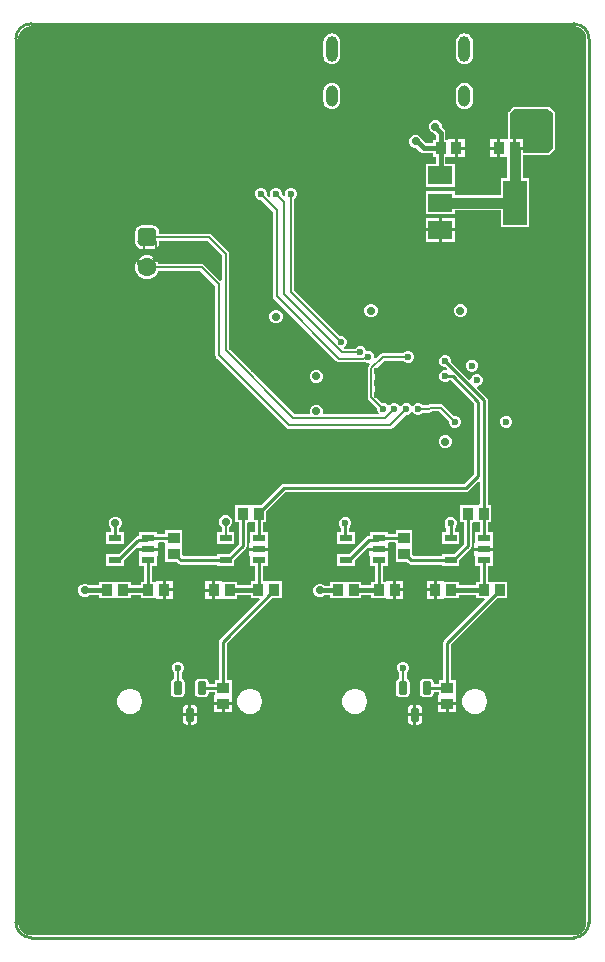
<source format=gbl>
G04*
G04 #@! TF.GenerationSoftware,Altium Limited,Altium Designer,24.2.2 (26)*
G04*
G04 Layer_Physical_Order=4*
G04 Layer_Color=16711680*
%FSLAX25Y25*%
%MOIN*%
G70*
G04*
G04 #@! TF.SameCoordinates,3758B99F-9DEC-4DD0-BAA5-DFD1AAF1D411*
G04*
G04*
G04 #@! TF.FilePolarity,Positive*
G04*
G01*
G75*
%ADD11C,0.00787*%
%ADD13C,0.01000*%
%ADD15C,0.00591*%
%ADD22R,0.03937X0.03543*%
%ADD23R,0.03543X0.03937*%
G04:AMPARAMS|DCode=39|XSize=39.37mil|YSize=86.61mil|CornerRadius=19.68mil|HoleSize=0mil|Usage=FLASHONLY|Rotation=180.000|XOffset=0mil|YOffset=0mil|HoleType=Round|Shape=RoundedRectangle|*
%AMROUNDEDRECTD39*
21,1,0.03937,0.04724,0,0,180.0*
21,1,0.00000,0.08661,0,0,180.0*
1,1,0.03937,0.00000,0.02362*
1,1,0.03937,0.00000,0.02362*
1,1,0.03937,0.00000,-0.02362*
1,1,0.03937,0.00000,-0.02362*
%
%ADD39ROUNDEDRECTD39*%
G04:AMPARAMS|DCode=40|XSize=39.37mil|YSize=70.87mil|CornerRadius=19.68mil|HoleSize=0mil|Usage=FLASHONLY|Rotation=180.000|XOffset=0mil|YOffset=0mil|HoleType=Round|Shape=RoundedRectangle|*
%AMROUNDEDRECTD40*
21,1,0.03937,0.03150,0,0,180.0*
21,1,0.00000,0.07087,0,0,180.0*
1,1,0.03937,0.00000,0.01575*
1,1,0.03937,0.00000,0.01575*
1,1,0.03937,0.00000,-0.01575*
1,1,0.03937,0.00000,-0.01575*
%
%ADD40ROUNDEDRECTD40*%
%ADD45C,0.01575*%
G04:AMPARAMS|DCode=47|XSize=62.99mil|YSize=62.99mil|CornerRadius=15.75mil|HoleSize=0mil|Usage=FLASHONLY|Rotation=270.000|XOffset=0mil|YOffset=0mil|HoleType=Round|Shape=RoundedRectangle|*
%AMROUNDEDRECTD47*
21,1,0.06299,0.03150,0,0,270.0*
21,1,0.03150,0.06299,0,0,270.0*
1,1,0.03150,-0.01575,-0.01575*
1,1,0.03150,-0.01575,0.01575*
1,1,0.03150,0.01575,0.01575*
1,1,0.03150,0.01575,-0.01575*
%
%ADD47ROUNDEDRECTD47*%
%ADD48C,0.06299*%
%ADD49C,0.02756*%
%ADD50C,0.02362*%
%ADD51R,0.04331X0.02362*%
G04:AMPARAMS|DCode=52|XSize=45mil|YSize=28mil|CornerRadius=4.2mil|HoleSize=0mil|Usage=FLASHONLY|Rotation=270.000|XOffset=0mil|YOffset=0mil|HoleType=Round|Shape=RoundedRectangle|*
%AMROUNDEDRECTD52*
21,1,0.04500,0.01960,0,0,270.0*
21,1,0.03660,0.02800,0,0,270.0*
1,1,0.00840,-0.00980,-0.01830*
1,1,0.00840,-0.00980,0.01830*
1,1,0.00840,0.00980,0.01830*
1,1,0.00840,0.00980,-0.01830*
%
%ADD52ROUNDEDRECTD52*%
%ADD53R,0.07874X0.05906*%
%ADD54R,0.07874X0.14961*%
%ADD55C,0.03543*%
G36*
X1269324Y746336D02*
X1270088Y746020D01*
X1270776Y745560D01*
X1271360Y744976D01*
X1271820Y744288D01*
X1272136Y743524D01*
X1272297Y742713D01*
Y742300D01*
Y447700D01*
Y447287D01*
X1272136Y446476D01*
X1271820Y445712D01*
X1271360Y445024D01*
X1270776Y444440D01*
X1270088Y443981D01*
X1269324Y443664D01*
X1268513Y443503D01*
X1086687D01*
X1085876Y443664D01*
X1085112Y443981D01*
X1084424Y444440D01*
X1083840Y445024D01*
X1083381Y445712D01*
X1083064Y446476D01*
X1082903Y447287D01*
Y447700D01*
Y742300D01*
Y742713D01*
X1083064Y743524D01*
X1083381Y744288D01*
X1083840Y744976D01*
X1084424Y745560D01*
X1085112Y746020D01*
X1085876Y746336D01*
X1086687Y746497D01*
X1268513D01*
X1269324Y746336D01*
D02*
G37*
%LPC*%
G36*
X1231625Y744102D02*
X1230897Y744006D01*
X1230219Y743725D01*
X1229636Y743279D01*
X1229190Y742696D01*
X1228909Y742018D01*
X1228813Y741291D01*
Y736566D01*
X1228909Y735839D01*
X1229190Y735160D01*
X1229636Y734578D01*
X1230219Y734131D01*
X1230897Y733850D01*
X1231625Y733755D01*
X1232352Y733850D01*
X1233030Y734131D01*
X1233613Y734578D01*
X1234059Y735160D01*
X1234340Y735839D01*
X1234436Y736566D01*
Y741291D01*
X1234340Y742018D01*
X1234059Y742696D01*
X1233613Y743279D01*
X1233030Y743725D01*
X1232352Y744006D01*
X1231625Y744102D01*
D02*
G37*
G36*
X1187372D02*
X1186645Y744006D01*
X1185967Y743725D01*
X1185384Y743279D01*
X1184938Y742696D01*
X1184657Y742018D01*
X1184561Y741291D01*
Y736566D01*
X1184657Y735839D01*
X1184938Y735160D01*
X1185384Y734578D01*
X1185967Y734131D01*
X1186645Y733850D01*
X1187372Y733755D01*
X1188100Y733850D01*
X1188778Y734131D01*
X1189361Y734578D01*
X1189807Y735160D01*
X1190088Y735839D01*
X1190184Y736566D01*
Y741291D01*
X1190088Y742018D01*
X1189807Y742696D01*
X1189361Y743279D01*
X1188778Y743725D01*
X1188100Y744006D01*
X1187372Y744102D01*
D02*
G37*
G36*
X1231625Y727567D02*
X1230897Y727471D01*
X1230219Y727190D01*
X1229636Y726743D01*
X1229190Y726161D01*
X1228909Y725483D01*
X1228813Y724755D01*
Y721606D01*
X1228909Y720878D01*
X1229190Y720200D01*
X1229636Y719618D01*
X1230219Y719171D01*
X1230897Y718890D01*
X1231625Y718794D01*
X1232352Y718890D01*
X1233030Y719171D01*
X1233613Y719618D01*
X1234059Y720200D01*
X1234340Y720878D01*
X1234436Y721606D01*
Y724755D01*
X1234340Y725483D01*
X1234059Y726161D01*
X1233613Y726743D01*
X1233030Y727190D01*
X1232352Y727471D01*
X1231625Y727567D01*
D02*
G37*
G36*
X1187372D02*
X1186645Y727471D01*
X1185967Y727190D01*
X1185384Y726743D01*
X1184938Y726161D01*
X1184657Y725483D01*
X1184561Y724755D01*
Y721606D01*
X1184657Y720878D01*
X1184938Y720200D01*
X1185384Y719618D01*
X1185967Y719171D01*
X1186645Y718890D01*
X1187372Y718794D01*
X1188100Y718890D01*
X1188778Y719171D01*
X1189361Y719618D01*
X1189807Y720200D01*
X1190088Y720878D01*
X1190184Y721606D01*
Y724755D01*
X1190088Y725483D01*
X1189807Y726161D01*
X1189361Y726743D01*
X1188778Y727190D01*
X1188100Y727471D01*
X1187372Y727567D01*
D02*
G37*
G36*
X1222339Y715180D02*
X1221465D01*
X1220657Y714846D01*
X1220039Y714228D01*
X1219705Y713420D01*
Y712546D01*
X1220039Y711739D01*
X1220657Y711121D01*
X1221465Y710787D01*
X1221569D01*
X1222005Y710351D01*
Y708587D01*
X1221052D01*
Y707438D01*
X1218673D01*
X1217570Y708540D01*
X1217237Y709344D01*
X1216619Y709962D01*
X1215812Y710297D01*
X1214938D01*
X1214130Y709962D01*
X1213513Y709344D01*
X1213178Y708537D01*
Y707663D01*
X1213513Y706856D01*
X1214130Y706238D01*
X1214938Y705903D01*
X1215575D01*
X1216836Y704642D01*
X1217368Y704287D01*
X1217994Y704162D01*
X1221052D01*
Y703013D01*
X1222005D01*
Y700527D01*
X1218843D01*
Y692983D01*
X1228354D01*
Y700527D01*
X1225280D01*
Y703013D01*
X1226186D01*
Y702832D01*
X1228458D01*
Y705800D01*
Y708769D01*
X1226186D01*
Y708587D01*
X1225280D01*
Y711029D01*
X1225156Y711656D01*
X1224801Y712188D01*
X1224098Y712890D01*
Y713420D01*
X1223764Y714228D01*
X1223146Y714846D01*
X1222339Y715180D01*
D02*
G37*
G36*
X1231729Y708769D02*
X1229458D01*
Y706300D01*
X1231729D01*
Y708769D01*
D02*
G37*
G36*
X1242543D02*
X1240271D01*
Y706300D01*
X1242543D01*
Y708769D01*
D02*
G37*
G36*
X1259500Y719689D02*
X1248313D01*
X1247994Y719625D01*
X1247723Y719444D01*
X1246996Y718717D01*
X1246987Y718704D01*
X1246974Y718695D01*
X1246300Y717968D01*
X1246223Y717842D01*
X1246141Y717720D01*
X1246138Y717704D01*
X1246130Y717690D01*
X1246106Y717545D01*
X1246077Y717400D01*
Y709160D01*
X1245814Y708769D01*
X1243543D01*
Y705800D01*
Y702832D01*
X1245745D01*
Y695999D01*
X1243646D01*
Y690313D01*
X1228354D01*
Y691472D01*
X1218843D01*
Y683928D01*
X1228354D01*
Y685087D01*
X1243646D01*
Y679401D01*
X1253158D01*
Y695999D01*
X1250970D01*
Y703289D01*
X1251129Y703419D01*
X1259500D01*
X1259513Y703422D01*
X1259526Y703419D01*
X1259672Y703453D01*
X1259820Y703482D01*
X1259831Y703490D01*
X1259844Y703493D01*
X1259966Y703580D01*
X1260090Y703663D01*
X1260098Y703675D01*
X1260109Y703682D01*
X1260827Y704447D01*
X1261589Y705210D01*
X1261770Y705480D01*
X1261834Y705800D01*
Y717400D01*
X1261831Y717413D01*
X1261833Y717425D01*
X1261800Y717572D01*
X1261770Y717720D01*
X1261763Y717730D01*
X1261760Y717743D01*
X1261673Y717865D01*
X1261589Y717990D01*
X1261579Y717998D01*
X1261571Y718008D01*
X1260808Y718726D01*
X1260090Y719444D01*
X1259820Y719625D01*
X1259500Y719689D01*
D02*
G37*
G36*
X1242543Y705300D02*
X1240271D01*
Y702832D01*
X1242543D01*
Y705300D01*
D02*
G37*
G36*
X1231729D02*
X1229458D01*
Y702832D01*
X1231729D01*
Y705300D01*
D02*
G37*
G36*
X1174098Y692600D02*
X1173302D01*
X1172567Y692296D01*
X1172005Y691733D01*
X1171700Y690998D01*
Y690202D01*
X1171733Y690123D01*
X1171309Y689840D01*
X1170800Y690348D01*
Y690998D01*
X1170496Y691733D01*
X1169933Y692296D01*
X1169198Y692600D01*
X1168402D01*
X1167667Y692296D01*
X1167105Y691733D01*
X1166800Y690998D01*
Y690202D01*
X1166974Y689781D01*
X1166551Y689498D01*
X1165700Y690348D01*
Y690998D01*
X1165396Y691733D01*
X1164833Y692296D01*
X1164098Y692600D01*
X1163302D01*
X1162567Y692296D01*
X1162004Y691733D01*
X1161700Y690998D01*
Y690202D01*
X1162004Y689467D01*
X1162567Y688904D01*
X1163302Y688600D01*
X1163952D01*
X1167864Y684688D01*
Y656400D01*
X1167958Y655927D01*
X1168226Y655526D01*
X1188930Y634821D01*
X1189331Y634553D01*
X1189805Y634459D01*
X1197764D01*
X1198237Y634553D01*
X1198385Y634652D01*
X1198494Y634542D01*
X1199229Y634238D01*
X1199898D01*
X1200120Y633866D01*
X1200144Y633776D01*
X1199660Y633292D01*
X1199392Y632891D01*
X1199298Y632418D01*
Y622780D01*
X1199392Y622307D01*
X1199660Y621906D01*
X1202579Y618987D01*
Y618517D01*
X1202883Y617782D01*
X1203073Y617592D01*
X1202866Y617092D01*
X1184599D01*
X1184321Y617508D01*
X1184397Y617691D01*
Y618565D01*
X1184062Y619372D01*
X1183444Y619990D01*
X1182637Y620325D01*
X1181763D01*
X1180956Y619990D01*
X1180338Y619372D01*
X1180003Y618565D01*
Y617691D01*
X1180079Y617508D01*
X1179801Y617092D01*
X1175106D01*
X1153211Y638987D01*
Y670627D01*
X1153117Y671100D01*
X1152849Y671501D01*
X1147376Y676974D01*
X1146975Y677242D01*
X1146502Y677336D01*
X1129828D01*
Y677675D01*
X1129643Y678609D01*
X1129114Y679401D01*
X1128322Y679930D01*
X1127388Y680115D01*
X1124238D01*
X1123304Y679930D01*
X1122513Y679401D01*
X1121983Y678609D01*
X1121798Y677675D01*
Y674525D01*
X1121983Y673591D01*
X1122513Y672799D01*
X1123304Y672270D01*
X1124238Y672085D01*
X1127388D01*
X1128322Y672270D01*
X1129114Y672799D01*
X1129643Y673591D01*
X1129828Y674525D01*
Y674864D01*
X1145990D01*
X1150739Y670115D01*
Y661895D01*
X1150239Y661688D01*
X1144952Y666974D01*
X1144551Y667242D01*
X1144078Y667336D01*
X1129590D01*
X1129511Y667632D01*
X1128989Y668537D01*
X1128250Y669276D01*
X1127345Y669798D01*
X1126336Y670069D01*
X1125291D01*
X1124281Y669798D01*
X1123376Y669276D01*
X1122637Y668537D01*
X1122115Y667632D01*
X1121844Y666622D01*
Y665578D01*
X1122115Y664568D01*
X1122637Y663663D01*
X1123376Y662924D01*
X1124281Y662402D01*
X1125291Y662132D01*
X1126336D01*
X1127345Y662402D01*
X1128250Y662924D01*
X1128989Y663663D01*
X1129511Y664568D01*
X1129590Y664864D01*
X1143566D01*
X1148542Y659888D01*
Y636870D01*
X1148636Y636397D01*
X1148904Y635996D01*
X1172307Y612593D01*
X1172708Y612325D01*
X1173181Y612231D01*
X1206786D01*
X1207259Y612325D01*
X1207660Y612593D01*
X1211982Y616915D01*
X1212632D01*
X1213367Y617219D01*
X1213929Y617782D01*
X1213948Y617827D01*
X1214448D01*
X1214467Y617782D01*
X1215029Y617219D01*
X1215764Y616915D01*
X1216560D01*
X1217295Y617219D01*
X1217754Y617679D01*
X1219939D01*
X1220412Y617773D01*
X1220813Y618041D01*
X1220849Y618077D01*
X1223175D01*
X1226400Y614852D01*
Y614202D01*
X1226705Y613467D01*
X1227267Y612905D01*
X1228002Y612600D01*
X1228798D01*
X1229533Y612905D01*
X1230096Y613467D01*
X1230400Y614202D01*
Y614998D01*
X1230096Y615733D01*
X1229533Y616296D01*
X1228798Y616600D01*
X1228148D01*
X1224562Y620187D01*
X1224160Y620455D01*
X1223687Y620549D01*
X1220337D01*
X1219864Y620455D01*
X1219462Y620187D01*
X1219427Y620151D01*
X1217754D01*
X1217295Y620611D01*
X1216560Y620915D01*
X1215764D01*
X1215029Y620611D01*
X1214467Y620048D01*
X1214448Y620003D01*
X1213948D01*
X1213929Y620048D01*
X1213367Y620611D01*
X1212632Y620915D01*
X1211836D01*
X1211101Y620611D01*
X1210538Y620048D01*
X1210491Y619934D01*
X1209950D01*
X1209903Y620048D01*
X1209340Y620611D01*
X1208605Y620915D01*
X1207809D01*
X1207074Y620611D01*
X1206720Y620256D01*
X1206393Y620103D01*
X1206066Y620256D01*
X1205712Y620611D01*
X1204977Y620915D01*
X1204181D01*
X1204157Y620905D01*
X1201770Y623292D01*
Y631906D01*
X1204866Y635002D01*
X1211296D01*
X1211756Y634542D01*
X1212491Y634238D01*
X1213286D01*
X1214021Y634542D01*
X1214584Y635105D01*
X1214888Y635840D01*
Y636636D01*
X1214584Y637371D01*
X1214021Y637933D01*
X1213286Y638238D01*
X1212491D01*
X1211756Y637933D01*
X1211296Y637474D01*
X1204354D01*
X1203881Y637380D01*
X1203480Y637112D01*
X1202089Y635721D01*
X1201999Y635744D01*
X1201627Y635966D01*
Y636636D01*
X1201322Y637371D01*
X1200760Y637933D01*
X1200025Y638238D01*
X1199229D01*
X1198736Y638575D01*
X1198600Y638903D01*
X1198038Y639466D01*
X1197303Y639770D01*
X1196507D01*
X1195772Y639466D01*
X1195313Y639007D01*
X1191607D01*
X1191508Y639505D01*
X1191508Y639507D01*
X1191533Y639517D01*
X1192096Y640080D01*
X1192400Y640815D01*
Y641611D01*
X1192096Y642346D01*
X1191533Y642908D01*
X1190798Y643213D01*
X1190149D01*
X1174936Y658425D01*
Y689008D01*
X1175396Y689467D01*
X1175700Y690202D01*
Y690998D01*
X1175396Y691733D01*
X1174833Y692296D01*
X1174098Y692600D01*
D02*
G37*
G36*
X1228535Y682598D02*
X1224098D01*
Y679145D01*
X1228535D01*
Y682598D01*
D02*
G37*
G36*
X1223098D02*
X1218661D01*
Y679145D01*
X1223098D01*
Y682598D01*
D02*
G37*
G36*
X1228535Y678145D02*
X1224098D01*
Y674692D01*
X1228535D01*
Y678145D01*
D02*
G37*
G36*
X1223098D02*
X1218661D01*
Y674692D01*
X1223098D01*
Y678145D01*
D02*
G37*
G36*
X1230657Y653839D02*
X1229783D01*
X1228976Y653505D01*
X1228358Y652887D01*
X1228024Y652080D01*
Y651206D01*
X1228358Y650398D01*
X1228976Y649780D01*
X1229783Y649446D01*
X1230657D01*
X1231465Y649780D01*
X1232083Y650398D01*
X1232417Y651206D01*
Y652080D01*
X1232083Y652887D01*
X1231465Y653505D01*
X1230657Y653839D01*
D02*
G37*
G36*
X1200882D02*
X1200008D01*
X1199201Y653505D01*
X1198582Y652887D01*
X1198248Y652080D01*
Y651206D01*
X1198582Y650398D01*
X1199201Y649780D01*
X1200008Y649446D01*
X1200882D01*
X1201689Y649780D01*
X1202307Y650398D01*
X1202642Y651206D01*
Y652080D01*
X1202307Y652887D01*
X1201689Y653505D01*
X1200882Y653839D01*
D02*
G37*
G36*
X1169237Y651908D02*
X1168363D01*
X1167556Y651574D01*
X1166938Y650956D01*
X1166603Y650148D01*
Y649274D01*
X1166938Y648467D01*
X1167556Y647849D01*
X1168363Y647514D01*
X1169237D01*
X1170045Y647849D01*
X1170662Y648467D01*
X1170997Y649274D01*
Y650148D01*
X1170662Y650956D01*
X1170045Y651574D01*
X1169237Y651908D01*
D02*
G37*
G36*
X1234542Y635384D02*
X1233746D01*
X1233011Y635079D01*
X1232449Y634516D01*
X1232144Y633781D01*
Y632986D01*
X1232449Y632251D01*
X1233011Y631688D01*
X1233746Y631384D01*
X1234542D01*
X1235277Y631688D01*
X1235840Y632251D01*
X1236144Y632986D01*
Y633781D01*
X1235840Y634516D01*
X1235277Y635079D01*
X1234542Y635384D01*
D02*
G37*
G36*
X1182637Y631997D02*
X1181763D01*
X1180956Y631662D01*
X1180338Y631044D01*
X1180003Y630237D01*
Y629363D01*
X1180338Y628556D01*
X1180956Y627938D01*
X1181763Y627603D01*
X1182637D01*
X1183444Y627938D01*
X1184062Y628556D01*
X1184397Y629363D01*
Y630237D01*
X1184062Y631044D01*
X1183444Y631662D01*
X1182637Y631997D01*
D02*
G37*
G36*
X1245998Y616600D02*
X1245202D01*
X1244467Y616296D01*
X1243904Y615733D01*
X1243600Y614998D01*
Y614202D01*
X1243904Y613467D01*
X1244467Y612905D01*
X1245202Y612600D01*
X1245998D01*
X1246733Y612905D01*
X1247296Y613467D01*
X1247600Y614202D01*
Y614998D01*
X1247296Y615733D01*
X1246733Y616296D01*
X1245998Y616600D01*
D02*
G37*
G36*
X1225637Y610248D02*
X1224763D01*
X1223956Y609913D01*
X1223338Y609295D01*
X1223003Y608488D01*
Y607614D01*
X1223338Y606807D01*
X1223956Y606189D01*
X1224763Y605854D01*
X1225637D01*
X1226445Y606189D01*
X1227062Y606807D01*
X1227397Y607614D01*
Y608488D01*
X1227062Y609295D01*
X1226445Y609913D01*
X1225637Y610248D01*
D02*
G37*
G36*
X1225598Y636800D02*
X1224802D01*
X1224067Y636496D01*
X1223505Y635933D01*
X1223200Y635198D01*
Y634402D01*
X1223505Y633667D01*
X1224067Y633105D01*
X1224802Y632800D01*
X1225298D01*
X1225870Y632229D01*
X1225610Y631820D01*
X1225591Y631800D01*
X1224802D01*
X1224067Y631496D01*
X1223505Y630933D01*
X1223200Y630198D01*
Y629402D01*
X1223505Y628667D01*
X1224067Y628104D01*
X1224802Y627800D01*
X1225598D01*
X1226333Y628104D01*
X1226620Y628392D01*
X1227157D01*
X1234755Y620794D01*
Y597257D01*
X1231443Y593945D01*
X1171436D01*
X1170921Y593842D01*
X1170485Y593551D01*
X1163714Y586780D01*
X1160801D01*
X1160435Y586780D01*
X1159935Y586780D01*
X1155120D01*
Y581205D01*
X1156366D01*
Y573709D01*
X1153057Y570401D01*
X1148991D01*
Y569746D01*
X1137969D01*
X1137514Y570201D01*
Y572767D01*
X1137514Y573133D01*
X1137514Y573633D01*
Y578448D01*
X1131939D01*
Y577226D01*
X1129223D01*
Y577881D01*
X1123254D01*
Y576545D01*
X1123000D01*
X1122485Y576442D01*
X1122049Y576151D01*
X1121652Y575754D01*
X1121648Y575751D01*
X1116298Y570401D01*
X1112231D01*
Y566401D01*
X1118199D01*
Y568499D01*
X1122611Y572911D01*
X1123073Y572720D01*
Y572641D01*
X1126239D01*
X1129404D01*
Y574322D01*
X1129815Y574536D01*
X1131586D01*
X1131939Y574183D01*
X1131939Y573267D01*
X1131939Y572767D01*
Y567952D01*
X1135612D01*
X1136115Y567450D01*
X1136551Y567159D01*
X1137065Y567056D01*
X1148991D01*
Y566401D01*
X1154959D01*
Y568499D01*
X1158661Y572201D01*
X1158953Y572638D01*
X1159055Y573152D01*
Y580852D01*
X1159409Y581205D01*
X1160301Y581205D01*
X1160801Y581205D01*
X1161681D01*
Y577881D01*
X1160014D01*
Y574322D01*
X1159833D01*
Y572641D01*
X1162998D01*
X1166164D01*
Y574322D01*
X1165983D01*
Y577881D01*
X1164370D01*
Y581205D01*
X1165616D01*
Y584878D01*
X1171993Y591255D01*
X1232000D01*
X1232515Y591358D01*
X1232951Y591649D01*
X1236171Y594869D01*
X1236633Y594678D01*
Y587103D01*
X1236279Y586749D01*
X1235387Y586749D01*
X1234887Y586749D01*
X1230072D01*
Y581174D01*
X1231318D01*
Y573661D01*
X1228057Y570400D01*
X1223991D01*
Y569745D01*
X1214742D01*
X1214287Y570200D01*
Y572767D01*
X1214287Y573133D01*
X1214287Y573633D01*
Y578448D01*
X1208713D01*
Y577226D01*
X1205996D01*
Y577881D01*
X1200028D01*
Y576545D01*
X1199758D01*
X1199244Y576442D01*
X1198807Y576151D01*
X1194150Y571493D01*
X1194123Y571453D01*
X1193071Y570401D01*
X1189004D01*
Y566401D01*
X1194973D01*
Y568499D01*
X1196052Y569578D01*
X1196079Y569619D01*
X1199385Y572925D01*
X1199846Y572733D01*
Y572641D01*
X1203012D01*
X1206177D01*
Y574322D01*
X1206588Y574536D01*
X1208359D01*
X1208713Y574183D01*
X1208713Y573267D01*
X1208713Y572767D01*
Y567952D01*
X1212386D01*
X1212889Y567449D01*
X1213325Y567158D01*
X1213839Y567055D01*
X1223991D01*
Y566400D01*
X1229959D01*
Y568498D01*
X1233614Y572153D01*
X1233905Y572589D01*
X1234008Y573104D01*
Y580821D01*
X1234361Y581174D01*
X1235253Y581174D01*
X1235753Y581174D01*
X1236654D01*
Y577880D01*
X1235014D01*
Y574321D01*
X1234833D01*
Y572640D01*
X1237998D01*
X1241164D01*
Y574321D01*
X1240983D01*
Y577880D01*
X1239343D01*
Y581174D01*
X1240568D01*
Y586749D01*
X1239322D01*
Y622022D01*
X1239220Y622537D01*
X1238929Y622973D01*
X1235853Y626049D01*
X1236045Y626510D01*
X1236137D01*
X1236872Y626815D01*
X1237434Y627378D01*
X1237739Y628113D01*
Y628908D01*
X1237434Y629643D01*
X1236872Y630206D01*
X1236137Y630510D01*
X1235341D01*
X1234606Y630206D01*
X1234043Y629643D01*
X1233739Y628908D01*
Y628816D01*
X1233277Y628625D01*
X1227200Y634702D01*
Y635198D01*
X1226896Y635933D01*
X1226333Y636496D01*
X1225598Y636800D01*
D02*
G37*
G36*
X1192317Y582821D02*
X1191522D01*
X1190787Y582516D01*
X1190224Y581954D01*
X1189920Y581219D01*
Y580423D01*
X1190224Y579688D01*
X1190575Y579337D01*
Y577881D01*
X1189004D01*
Y573881D01*
X1194973D01*
Y577881D01*
X1193264D01*
Y579337D01*
X1193615Y579688D01*
X1193920Y580423D01*
Y581219D01*
X1193615Y581954D01*
X1193053Y582516D01*
X1192317Y582821D01*
D02*
G37*
G36*
X1152412Y583486D02*
X1151538D01*
X1150730Y583151D01*
X1150112Y582533D01*
X1149778Y581726D01*
Y580852D01*
X1150112Y580044D01*
X1150730Y579426D01*
X1150739Y579423D01*
Y577881D01*
X1148991D01*
Y573881D01*
X1154959D01*
Y577881D01*
X1153211D01*
Y579423D01*
X1153219Y579426D01*
X1153837Y580044D01*
X1154172Y580852D01*
Y581726D01*
X1153837Y582533D01*
X1153219Y583151D01*
X1152412Y583486D01*
D02*
G37*
G36*
X1115652Y583049D02*
X1114778D01*
X1113971Y582714D01*
X1113353Y582096D01*
X1113018Y581289D01*
Y580415D01*
X1113353Y579607D01*
X1113870Y579090D01*
Y577881D01*
X1112231D01*
Y573881D01*
X1118199D01*
Y577881D01*
X1116560D01*
Y579090D01*
X1117077Y579607D01*
X1117412Y580415D01*
Y581289D01*
X1117077Y582096D01*
X1116459Y582714D01*
X1115652Y583049D01*
D02*
G37*
G36*
X1227373Y582821D02*
X1226577D01*
X1225842Y582516D01*
X1225279Y581954D01*
X1224975Y581219D01*
Y580423D01*
X1225279Y579688D01*
X1225630Y579337D01*
Y577880D01*
X1223991D01*
Y573880D01*
X1229959D01*
Y577880D01*
X1228320D01*
Y579337D01*
X1228670Y579688D01*
X1228975Y580423D01*
Y581219D01*
X1228670Y581954D01*
X1228108Y582516D01*
X1227373Y582821D01*
D02*
G37*
G36*
X1129404Y571641D02*
X1126239D01*
X1123073D01*
Y569960D01*
X1123254D01*
Y566401D01*
X1124898D01*
Y561389D01*
X1123652D01*
Y560239D01*
X1120436D01*
Y561389D01*
X1115621D01*
X1115254Y561389D01*
X1114754Y561389D01*
X1109939D01*
Y560138D01*
X1106569D01*
X1106345Y560362D01*
X1105537Y560697D01*
X1104663D01*
X1103856Y560362D01*
X1103238Y559745D01*
X1102903Y558937D01*
Y558063D01*
X1103238Y557256D01*
X1103856Y556638D01*
X1104663Y556303D01*
X1105537D01*
X1106345Y556638D01*
X1106569Y556862D01*
X1109939D01*
Y555814D01*
X1114754D01*
X1115121Y555814D01*
X1115621Y555814D01*
X1120436D01*
Y556964D01*
X1123652D01*
Y555814D01*
X1128786D01*
Y555633D01*
X1131057D01*
Y558602D01*
Y561570D01*
X1128786D01*
Y561389D01*
X1127587D01*
Y566401D01*
X1129223D01*
Y569960D01*
X1129404D01*
Y571641D01*
D02*
G37*
G36*
X1241164Y571640D02*
X1237998D01*
X1234833D01*
Y569959D01*
X1235014D01*
Y566400D01*
X1236654D01*
Y561387D01*
X1235443D01*
Y560238D01*
X1229820D01*
Y561387D01*
X1224686D01*
Y561568D01*
X1222414D01*
Y558600D01*
Y555631D01*
X1224686D01*
Y555813D01*
X1229820D01*
Y556962D01*
X1235443D01*
Y555813D01*
X1238203D01*
X1238395Y555351D01*
X1224949Y541905D01*
X1224658Y541469D01*
X1224555Y540954D01*
Y528548D01*
X1223113D01*
Y527285D01*
X1221344D01*
Y527770D01*
X1221248Y528254D01*
X1220974Y528663D01*
X1220564Y528937D01*
X1220081Y529033D01*
X1218121D01*
X1217637Y528937D01*
X1217228Y528663D01*
X1216954Y528254D01*
X1216858Y527770D01*
Y524110D01*
X1216954Y523627D01*
X1217228Y523217D01*
X1217637Y522943D01*
X1218121Y522847D01*
X1220081D01*
X1220564Y522943D01*
X1220974Y523217D01*
X1221248Y523627D01*
X1221344Y524110D01*
Y524595D01*
X1223113D01*
Y523414D01*
X1222932D01*
Y521143D01*
X1225900D01*
X1228868D01*
Y523414D01*
X1228687D01*
Y528548D01*
X1227245D01*
Y540397D01*
X1242660Y555813D01*
X1245939D01*
Y561387D01*
X1241125D01*
X1240758Y561387D01*
Y561387D01*
X1240625D01*
Y561387D01*
X1239343D01*
Y566400D01*
X1240983D01*
Y569959D01*
X1241164D01*
Y571640D01*
D02*
G37*
G36*
X1206177Y571641D02*
X1203012D01*
X1199846D01*
Y569960D01*
X1200028D01*
Y566401D01*
X1201667D01*
Y561387D01*
X1200451D01*
Y560238D01*
X1197235D01*
Y561387D01*
X1192420D01*
X1192054Y561387D01*
X1191554Y561387D01*
X1186739D01*
Y560041D01*
X1184914D01*
X1184689Y560266D01*
X1183881Y560600D01*
X1183008D01*
X1182200Y560266D01*
X1181582Y559648D01*
X1181248Y558840D01*
Y557966D01*
X1181582Y557159D01*
X1182200Y556541D01*
X1183008Y556206D01*
X1183881D01*
X1184689Y556541D01*
X1184914Y556765D01*
X1186739D01*
Y555813D01*
X1191554D01*
X1191920Y555813D01*
X1192420Y555813D01*
X1197235D01*
Y556962D01*
X1200451D01*
Y555813D01*
X1205585D01*
Y555631D01*
X1207857D01*
Y558600D01*
Y561568D01*
X1205585D01*
Y561387D01*
X1204357D01*
Y566401D01*
X1205996D01*
Y569960D01*
X1206177D01*
Y571641D01*
D02*
G37*
G36*
X1166164Y571641D02*
X1162998D01*
X1159833D01*
Y569960D01*
X1160014D01*
Y566401D01*
X1161654D01*
Y561417D01*
X1160368D01*
Y560138D01*
X1155931D01*
Y561287D01*
X1150798D01*
Y561469D01*
X1148526D01*
Y558500D01*
Y555532D01*
X1150798D01*
Y555713D01*
X1155931D01*
Y556862D01*
X1160368D01*
Y555843D01*
X1163128D01*
X1163319Y555381D01*
X1150249Y542311D01*
X1149958Y541874D01*
X1149855Y541360D01*
Y528548D01*
X1148413D01*
Y527285D01*
X1146344D01*
Y527770D01*
X1146248Y528254D01*
X1145974Y528663D01*
X1145564Y528937D01*
X1145081Y529033D01*
X1143121D01*
X1142637Y528937D01*
X1142228Y528663D01*
X1141954Y528254D01*
X1141858Y527770D01*
Y524110D01*
X1141954Y523627D01*
X1142228Y523217D01*
X1142637Y522943D01*
X1143121Y522847D01*
X1145081D01*
X1145564Y522943D01*
X1145974Y523217D01*
X1146248Y523627D01*
X1146344Y524110D01*
Y524595D01*
X1148413D01*
Y523414D01*
X1148232D01*
Y521143D01*
X1151200D01*
X1154169D01*
Y523414D01*
X1153987D01*
Y528548D01*
X1152545D01*
Y540803D01*
X1167585Y555843D01*
X1170864D01*
Y561417D01*
X1166049D01*
X1165683Y561417D01*
Y561417D01*
X1165549D01*
Y561417D01*
X1164343D01*
Y566401D01*
X1165983D01*
Y569960D01*
X1166164D01*
Y571641D01*
D02*
G37*
G36*
X1134329Y561570D02*
X1132057D01*
Y559102D01*
X1134329D01*
Y561570D01*
D02*
G37*
G36*
X1211128Y561568D02*
X1208857D01*
Y559100D01*
X1211128D01*
Y561568D01*
D02*
G37*
G36*
X1221414Y561568D02*
X1219143D01*
Y559100D01*
X1221414D01*
Y561568D01*
D02*
G37*
G36*
X1147526Y561469D02*
X1145254D01*
Y559000D01*
X1147526D01*
Y561469D01*
D02*
G37*
G36*
X1134329Y558102D02*
X1132057D01*
Y555633D01*
X1134329D01*
Y558102D01*
D02*
G37*
G36*
X1211128Y558100D02*
X1208857D01*
Y555631D01*
X1211128D01*
Y558100D01*
D02*
G37*
G36*
X1221414Y558100D02*
X1219143D01*
Y555631D01*
X1221414D01*
Y558100D01*
D02*
G37*
G36*
X1147526Y558000D02*
X1145254D01*
Y555532D01*
X1147526D01*
Y558000D01*
D02*
G37*
G36*
X1211499Y534600D02*
X1210703D01*
X1209968Y534296D01*
X1209405Y533733D01*
X1209101Y532998D01*
Y532202D01*
X1209405Y531467D01*
X1209865Y531008D01*
Y528982D01*
X1209637Y528937D01*
X1209228Y528663D01*
X1208954Y528254D01*
X1208858Y527770D01*
Y524110D01*
X1208954Y523627D01*
X1209228Y523217D01*
X1209637Y522943D01*
X1210121Y522847D01*
X1212081D01*
X1212564Y522943D01*
X1212974Y523217D01*
X1213248Y523627D01*
X1213344Y524110D01*
Y527770D01*
X1213248Y528254D01*
X1212974Y528663D01*
X1212564Y528937D01*
X1212337Y528982D01*
Y531008D01*
X1212796Y531467D01*
X1213101Y532202D01*
Y532998D01*
X1212796Y533733D01*
X1212234Y534296D01*
X1211499Y534600D01*
D02*
G37*
G36*
X1136498D02*
X1135702D01*
X1134967Y534296D01*
X1134404Y533733D01*
X1134100Y532998D01*
Y532202D01*
X1134404Y531467D01*
X1134864Y531008D01*
Y528982D01*
X1134637Y528937D01*
X1134228Y528663D01*
X1133954Y528254D01*
X1133858Y527770D01*
Y524110D01*
X1133954Y523627D01*
X1134228Y523217D01*
X1134637Y522943D01*
X1135121Y522847D01*
X1137081D01*
X1137564Y522943D01*
X1137974Y523217D01*
X1138248Y523627D01*
X1138344Y524110D01*
Y527770D01*
X1138248Y528254D01*
X1137974Y528663D01*
X1137564Y528937D01*
X1137337Y528982D01*
Y531008D01*
X1137796Y531467D01*
X1138100Y532202D01*
Y532998D01*
X1137796Y533733D01*
X1137233Y534296D01*
X1136498Y534600D01*
D02*
G37*
G36*
X1228868Y520143D02*
X1226400D01*
Y517871D01*
X1228868D01*
Y520143D01*
D02*
G37*
G36*
X1225400D02*
X1222932D01*
Y517871D01*
X1225400D01*
Y520143D01*
D02*
G37*
G36*
X1154169D02*
X1151700D01*
Y517871D01*
X1154169D01*
Y520143D01*
D02*
G37*
G36*
X1150700D02*
X1148232D01*
Y517871D01*
X1150700D01*
Y520143D01*
D02*
G37*
G36*
X1216081Y520218D02*
X1215601D01*
Y517440D01*
X1217529D01*
Y518770D01*
X1217418Y519324D01*
X1217105Y519794D01*
X1216635Y520108D01*
X1216081Y520218D01*
D02*
G37*
G36*
X1141081D02*
X1140601D01*
Y517440D01*
X1142529D01*
Y518770D01*
X1142418Y519324D01*
X1142105Y519794D01*
X1141635Y520108D01*
X1141081Y520218D01*
D02*
G37*
G36*
X1214601D02*
X1214121D01*
X1213567Y520108D01*
X1213097Y519794D01*
X1212783Y519324D01*
X1212673Y518770D01*
Y517440D01*
X1214601D01*
Y520218D01*
D02*
G37*
G36*
X1139601D02*
X1139121D01*
X1138567Y520108D01*
X1138097Y519794D01*
X1137783Y519324D01*
X1137673Y518770D01*
Y517440D01*
X1139601D01*
Y520218D01*
D02*
G37*
G36*
X1235645Y525578D02*
X1234556D01*
X1233504Y525296D01*
X1232560Y524751D01*
X1231790Y523981D01*
X1231245Y523037D01*
X1230963Y521985D01*
Y520895D01*
X1231245Y519843D01*
X1231790Y518900D01*
X1232560Y518129D01*
X1233504Y517585D01*
X1234556Y517303D01*
X1235645D01*
X1236698Y517585D01*
X1237641Y518129D01*
X1238412Y518900D01*
X1238956Y519843D01*
X1239238Y520895D01*
Y521985D01*
X1238956Y523037D01*
X1238412Y523981D01*
X1237641Y524751D01*
X1236698Y525296D01*
X1235645Y525578D01*
D02*
G37*
G36*
X1195646D02*
X1194556D01*
X1193504Y525296D01*
X1192560Y524751D01*
X1191790Y523981D01*
X1191245Y523037D01*
X1190963Y521985D01*
Y520895D01*
X1191245Y519843D01*
X1191790Y518900D01*
X1192560Y518129D01*
X1193504Y517585D01*
X1194556Y517303D01*
X1195646D01*
X1196698Y517585D01*
X1197641Y518129D01*
X1198412Y518900D01*
X1198956Y519843D01*
X1199238Y520895D01*
Y521985D01*
X1198956Y523037D01*
X1198412Y523981D01*
X1197641Y524751D01*
X1196698Y525296D01*
X1195646Y525578D01*
D02*
G37*
G36*
X1160645D02*
X1159556D01*
X1158504Y525296D01*
X1157560Y524751D01*
X1156790Y523981D01*
X1156245Y523037D01*
X1155963Y521985D01*
Y520895D01*
X1156245Y519843D01*
X1156790Y518900D01*
X1157560Y518129D01*
X1158504Y517585D01*
X1159556Y517303D01*
X1160645D01*
X1161698Y517585D01*
X1162641Y518129D01*
X1163412Y518900D01*
X1163956Y519843D01*
X1164238Y520895D01*
Y521985D01*
X1163956Y523037D01*
X1163412Y523981D01*
X1162641Y524751D01*
X1161698Y525296D01*
X1160645Y525578D01*
D02*
G37*
G36*
X1120646D02*
X1119556D01*
X1118504Y525296D01*
X1117560Y524751D01*
X1116790Y523981D01*
X1116245Y523037D01*
X1115963Y521985D01*
Y520895D01*
X1116245Y519843D01*
X1116790Y518900D01*
X1117560Y518129D01*
X1118504Y517585D01*
X1119556Y517303D01*
X1120646D01*
X1121698Y517585D01*
X1122641Y518129D01*
X1123412Y518900D01*
X1123956Y519843D01*
X1124238Y520895D01*
Y521985D01*
X1123956Y523037D01*
X1123412Y523981D01*
X1122641Y524751D01*
X1121698Y525296D01*
X1120646Y525578D01*
D02*
G37*
G36*
X1217529Y516440D02*
X1215601D01*
Y513662D01*
X1216081D01*
X1216635Y513773D01*
X1217105Y514086D01*
X1217418Y514556D01*
X1217529Y515110D01*
Y516440D01*
D02*
G37*
G36*
X1214601D02*
X1212673D01*
Y515110D01*
X1212783Y514556D01*
X1213097Y514086D01*
X1213567Y513773D01*
X1214121Y513662D01*
X1214601D01*
Y516440D01*
D02*
G37*
G36*
X1142529D02*
X1140601D01*
Y513662D01*
X1141081D01*
X1141635Y513773D01*
X1142105Y514086D01*
X1142418Y514556D01*
X1142529Y515110D01*
Y516440D01*
D02*
G37*
G36*
X1139601D02*
X1137673D01*
Y515110D01*
X1137783Y514556D01*
X1138097Y514086D01*
X1138567Y513773D01*
X1139121Y513662D01*
X1139601D01*
Y516440D01*
D02*
G37*
%LPD*%
G36*
X1260227Y718127D02*
X1260999Y717400D01*
Y705800D01*
X1260227Y705028D01*
X1259500Y704254D01*
X1251129D01*
Y705300D01*
X1248358D01*
Y705800D01*
X1247858D01*
Y708769D01*
X1246912D01*
Y717400D01*
X1247587Y718127D01*
X1248313Y718854D01*
X1259500D01*
X1260227Y718127D01*
D02*
G37*
%LPC*%
G36*
X1251129Y708769D02*
X1248858D01*
Y706300D01*
X1251129D01*
Y708769D01*
D02*
G37*
%LPD*%
D11*
X1144078Y666100D02*
X1149778Y660400D01*
X1125813Y666100D02*
X1144078D01*
X1149778Y636870D02*
Y660400D01*
X1173181Y613467D02*
X1206786D01*
X1149778Y636870D02*
X1173181Y613467D01*
X1206786D02*
X1212234Y618915D01*
X1174594Y615856D02*
X1205148D01*
X1208207Y618915D01*
X1125813Y676100D02*
X1146502D01*
X1151975Y670627D01*
Y638475D02*
Y670627D01*
Y638475D02*
X1174594Y615856D01*
X1200534Y622780D02*
X1204399Y618915D01*
X1204579D01*
X1200534Y622780D02*
Y632418D01*
X1216162Y618915D02*
X1219939D01*
X1220337Y619313D01*
X1223687D01*
X1228400Y614600D01*
X1204354Y636238D02*
X1212889D01*
X1200534Y632418D02*
X1204354Y636238D01*
X1151975Y575881D02*
Y581289D01*
X1199325Y635936D02*
X1199627Y636238D01*
X1198005Y635936D02*
X1199325D01*
X1197764Y635696D02*
X1198005Y635936D01*
X1136100Y525941D02*
Y532600D01*
X1136100Y532600D02*
X1136100Y532600D01*
Y525941D02*
X1136101Y525940D01*
X1211101D02*
Y532600D01*
X1112428Y558500D02*
X1112530Y558602D01*
X1189132Y558403D02*
X1189329Y558600D01*
X1191920Y575950D02*
X1191988Y575881D01*
X1117845Y558602D02*
X1117845Y558602D01*
X1169100Y656400D02*
Y685200D01*
X1163700Y690600D02*
X1169100Y685200D01*
X1171500Y657179D02*
X1190908Y637770D01*
X1171500Y657179D02*
Y687900D01*
X1189805Y635696D02*
X1197764D01*
X1169100Y656400D02*
X1189805Y635696D01*
X1168800Y690600D02*
X1171500Y687900D01*
X1190908Y637770D02*
X1196905D01*
X1173700Y657913D02*
X1190400Y641213D01*
X1173700Y657913D02*
Y690600D01*
D13*
X1225200Y634800D02*
X1237978Y622022D01*
Y583962D02*
Y622022D01*
X1115215Y575881D02*
Y580852D01*
X1225883Y525940D02*
X1225900Y525957D01*
X1219101Y525940D02*
X1225883D01*
X1243349Y558403D02*
Y558600D01*
X1225900Y540954D02*
X1243349Y558403D01*
X1225900Y525957D02*
Y540954D01*
X1191920Y575950D02*
Y580821D01*
X1226975Y575880D02*
Y580821D01*
X1151200Y541360D02*
X1168273Y558433D01*
X1151183Y525940D02*
X1151200Y525957D01*
X1168273Y558433D02*
Y558630D01*
X1144101Y525940D02*
X1151183D01*
X1151200Y525957D02*
Y541360D01*
X1162958Y558630D02*
X1162998Y558670D01*
X1162829Y558500D02*
X1162958Y558630D01*
X1162998Y558670D02*
Y568401D01*
X1203012Y575881D02*
X1211476D01*
X1211500Y575857D01*
X1126243Y558602D02*
Y568253D01*
X1126309Y568319D01*
X1126239Y568389D02*
X1126309Y568319D01*
X1126239Y568389D02*
Y568401D01*
X1134703Y575881D02*
X1134727Y575858D01*
X1126239Y575881D02*
X1134703D01*
X1123000Y575200D02*
X1125558D01*
X1126239Y575881D01*
X1122600Y574800D02*
X1123000Y575200D01*
X1115215Y568401D02*
X1116199D01*
X1122598Y574800D01*
X1122600D01*
X1195101Y570529D02*
Y570543D01*
X1191988Y568401D02*
X1192972D01*
X1195101Y570529D01*
X1202331Y575200D02*
X1203012Y575881D01*
X1199758Y575200D02*
X1202331D01*
X1195101Y570543D02*
X1199758Y575200D01*
X1211697Y570543D02*
X1213839Y568400D01*
X1226975D01*
X1211500Y570543D02*
X1211697D01*
X1134924Y570543D02*
X1137065Y568401D01*
X1134727Y570543D02*
X1134924D01*
X1137065Y568401D02*
X1151975D01*
X1157710Y573152D02*
Y583993D01*
X1152959Y568401D02*
X1157710Y573152D01*
X1151975Y568401D02*
X1152959D01*
X1232663Y573104D02*
Y583962D01*
X1227959Y568400D02*
X1232663Y573104D01*
X1226975Y568400D02*
X1227959D01*
X1225200Y629800D02*
X1227651D01*
X1236100Y596700D02*
Y621351D01*
X1227651Y629800D02*
X1236100Y621351D01*
X1232000Y592600D02*
X1236100Y596700D01*
X1171436Y592600D02*
X1232000D01*
X1163025Y583993D02*
Y584190D01*
X1171436Y592600D01*
X1163025Y575908D02*
Y583993D01*
X1162998Y575881D02*
X1163025Y575908D01*
X1237998Y575880D02*
Y583941D01*
X1237978Y583962D02*
X1237998Y583941D01*
X1203012Y558630D02*
Y568401D01*
Y558630D02*
X1203042Y558600D01*
X1203042Y558600D02*
X1203042Y558600D01*
X1237998Y558636D02*
Y568400D01*
Y558636D02*
X1238034Y558600D01*
X1087100Y747300D02*
G03*
X1082100Y742300I0J-5000D01*
G01*
X1273100D02*
G03*
X1268100Y747300I-5000J0D01*
G01*
Y442700D02*
G03*
X1273100Y447700I0J5000D01*
G01*
X1082100D02*
G03*
X1087100Y442700I5000J0D01*
G01*
X1082100Y737121D02*
Y742300D01*
X1087100Y747300D02*
X1268100D01*
X1273100Y447841D02*
Y742300D01*
Y447700D02*
Y447841D01*
X1087100Y442700D02*
X1268100D01*
X1082100Y447700D02*
Y737121D01*
D15*
X1191310Y720818D02*
X1227687D01*
X1191310D02*
Y747196D01*
X1227687Y720818D02*
Y747196D01*
X1122861Y675036D02*
X1128765D01*
Y672084D01*
X1127781Y671100D01*
X1125813D01*
X1124829Y672084D01*
Y675036D01*
X1122861Y669132D02*
Y667164D01*
Y668148D01*
X1128765D01*
X1127781Y669132D01*
D22*
X1134727Y570543D02*
D03*
Y575858D02*
D03*
X1211500Y575857D02*
D03*
Y570543D02*
D03*
X1151200Y520643D02*
D03*
Y525957D02*
D03*
X1225900D02*
D03*
Y520643D02*
D03*
D23*
X1243043Y705800D02*
D03*
X1248357D02*
D03*
X1223643D02*
D03*
X1228957D02*
D03*
X1157710Y583993D02*
D03*
X1163025D02*
D03*
X1126243Y558602D02*
D03*
X1131557D02*
D03*
X1148026Y558500D02*
D03*
X1153341D02*
D03*
X1162958Y558630D02*
D03*
X1168273D02*
D03*
X1203042Y558600D02*
D03*
X1208357D02*
D03*
X1227229Y558600D02*
D03*
X1221914D02*
D03*
X1117845Y558602D02*
D03*
X1112530D02*
D03*
X1237978Y583962D02*
D03*
X1232663D02*
D03*
X1194644Y558600D02*
D03*
X1189329D02*
D03*
X1243349D02*
D03*
X1238034D02*
D03*
D39*
X1187372Y738928D02*
D03*
X1231625D02*
D03*
D40*
X1187372Y723180D02*
D03*
X1231625D02*
D03*
D45*
X1105100Y558500D02*
X1112428D01*
X1183444Y558403D02*
X1189132D01*
X1153341Y558500D02*
X1162829D01*
X1117845Y558602D02*
X1126243D01*
X1194644Y558600D02*
X1203042D01*
X1227229D02*
X1238034D01*
X1215695Y708100D02*
X1217994Y705800D01*
X1223643D01*
X1215375Y708100D02*
X1215695D01*
X1221902Y712770D02*
Y712984D01*
X1223643Y696799D02*
Y705800D01*
X1223598Y696755D02*
X1223643Y696799D01*
Y705800D02*
Y711029D01*
X1221902Y712770D02*
X1223643Y711029D01*
D47*
X1125813Y676100D02*
D03*
D48*
Y666100D02*
D03*
D49*
X1182200Y618128D02*
D03*
X1151975Y581289D02*
D03*
X1115215Y580852D02*
D03*
X1105100Y558500D02*
D03*
X1183444Y558403D02*
D03*
X1182200Y629800D02*
D03*
X1225200Y608051D02*
D03*
X1168800Y649711D02*
D03*
X1200445Y651643D02*
D03*
X1230220D02*
D03*
X1250300Y715700D02*
D03*
X1257700D02*
D03*
Y707513D02*
D03*
X1215375Y708100D02*
D03*
X1221902Y712984D02*
D03*
D50*
X1204579Y618915D02*
D03*
X1129921Y661417D02*
D03*
X1235739Y628510D02*
D03*
X1245600Y614600D02*
D03*
X1208207Y618915D02*
D03*
X1202609Y623639D02*
D03*
X1216162Y618915D02*
D03*
X1212234D02*
D03*
X1158934Y690600D02*
D03*
X1190400Y590020D02*
D03*
X1151183Y514086D02*
D03*
X1225900Y515110D02*
D03*
X1240158Y661417D02*
D03*
Y551181D02*
D03*
X1212598Y496063D02*
D03*
X1157480Y716535D02*
D03*
Y606299D02*
D03*
X1185039Y551181D02*
D03*
X1157480Y496063D02*
D03*
X1102362Y716535D02*
D03*
Y606299D02*
D03*
X1129921Y551181D02*
D03*
X1102362Y496063D02*
D03*
X1212889Y636238D02*
D03*
X1199627D02*
D03*
X1215101Y510900D02*
D03*
X1140100D02*
D03*
X1211101Y532600D02*
D03*
X1136100D02*
D03*
X1232663Y568499D02*
D03*
X1197641Y568253D02*
D03*
X1191920Y580821D02*
D03*
X1140101Y558433D02*
D03*
X1215101Y558630D02*
D03*
X1244467Y572141D02*
D03*
X1226975Y580821D02*
D03*
X1234144Y633384D02*
D03*
X1230743Y699991D02*
D03*
X1196902Y695168D02*
D03*
X1206221Y585247D02*
D03*
X1229533Y589457D02*
D03*
X1221600D02*
D03*
X1205147Y607987D02*
D03*
X1198454Y586892D02*
D03*
X1241168Y591153D02*
D03*
X1249632Y577000D02*
D03*
X1161326Y632058D02*
D03*
X1170352Y623639D02*
D03*
X1234061Y705800D02*
D03*
X1237978D02*
D03*
X1223643Y671100D02*
D03*
X1182700Y666400D02*
D03*
X1190991Y661758D02*
D03*
X1170352Y635433D02*
D03*
X1206547Y661758D02*
D03*
X1216390D02*
D03*
X1224000D02*
D03*
X1245600Y645120D02*
D03*
Y623639D02*
D03*
Y637859D02*
D03*
X1210774Y623639D02*
D03*
Y631558D02*
D03*
X1202609D02*
D03*
X1202610Y627576D02*
D03*
X1210775D02*
D03*
X1206744Y623639D02*
D03*
X1206713Y631558D02*
D03*
Y627576D02*
D03*
X1228400Y614600D02*
D03*
X1225200Y634800D02*
D03*
Y629800D02*
D03*
X1190400Y641213D02*
D03*
X1196905Y637770D02*
D03*
X1163700Y690600D02*
D03*
X1168800D02*
D03*
X1173700D02*
D03*
D51*
X1162998Y575881D02*
D03*
Y572141D02*
D03*
Y568401D02*
D03*
X1151975D02*
D03*
Y575881D02*
D03*
X1115215D02*
D03*
Y568401D02*
D03*
X1126239D02*
D03*
Y572141D02*
D03*
Y575881D02*
D03*
X1191988D02*
D03*
Y568401D02*
D03*
X1203012D02*
D03*
Y572141D02*
D03*
Y575881D02*
D03*
X1226975Y575880D02*
D03*
Y568400D02*
D03*
X1237998D02*
D03*
Y572140D02*
D03*
Y575880D02*
D03*
D52*
X1136101Y525940D02*
D03*
X1144101D02*
D03*
X1140101Y516940D02*
D03*
X1211101Y525940D02*
D03*
X1219101D02*
D03*
X1215101Y516940D02*
D03*
D53*
X1223598Y687700D02*
D03*
Y678645D02*
D03*
Y696755D02*
D03*
D54*
X1248402Y687700D02*
D03*
D55*
X1248313D02*
X1248357Y687744D01*
Y705800D01*
X1223598Y687700D02*
X1248313D01*
M02*

</source>
